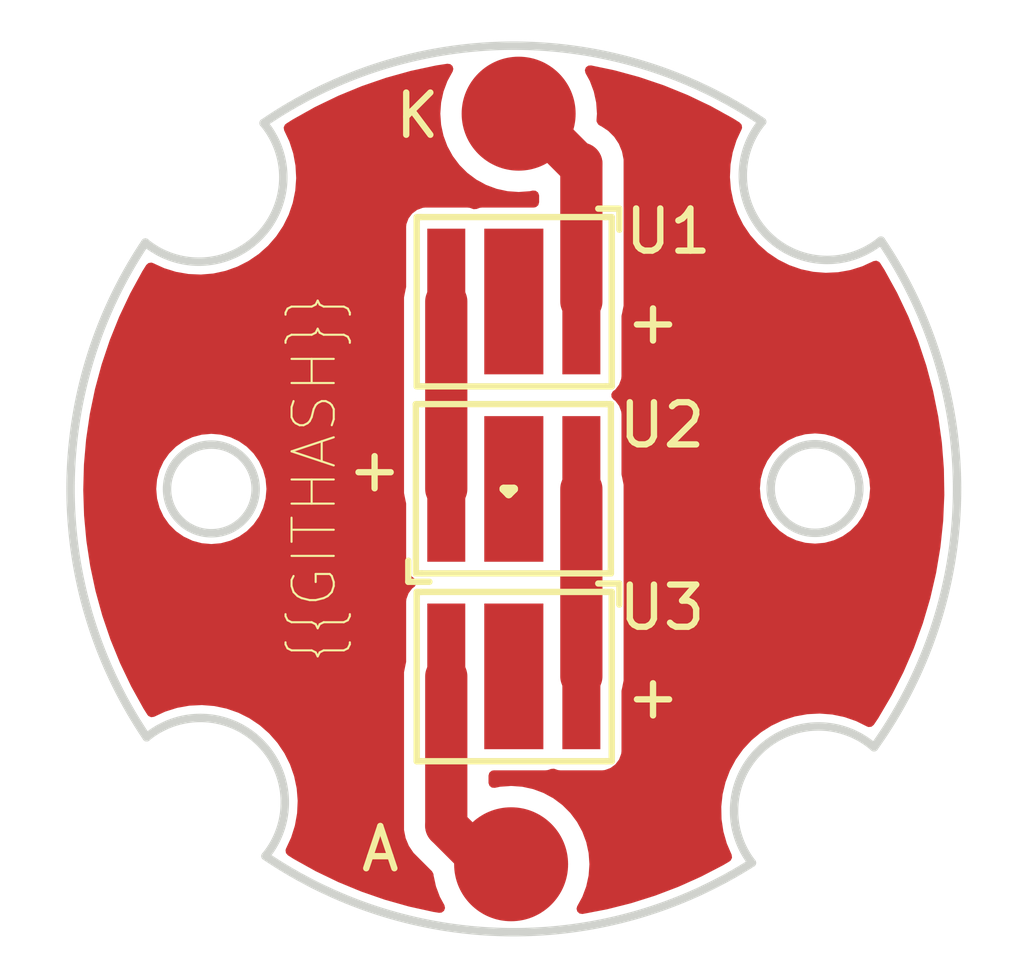
<source format=kicad_pcb>
(kicad_pcb (version 20240108) (generator "pcbnew") (generator_version "8.0")
  (layers (0 "F.Cu" signal) (31 "B.Cu" signal) (34 "B.Paste" user) (35 "F.Paste" user) (36 "B.SilkS" user "B.Silkscreen") (37 "F.SilkS" user "F.Silkscreen") (38 "B.Mask" user) (39 "F.Mask" user) (44 "Edge.Cuts" user))
  (net 0 "")
  (net 4 "A")
  (net 5 "A-1")
  (net 6 "K")
  (net 7 "gnd")
  (footprint "lib:LED-SMD_3P-L3.5-W3.5_M3535O1IRS13G06" (layer "F.Cu") (at 147.34 87.75 0)
    (property "Reference" "U3" (at 3.51 -1.63 0) (layer "F.SilkS") (hide no))
    (property "Value" "")
    (fp_line (start -2.3 -2) (end -2.2 -2) (stroke (width 0.15)) (layer "F.SilkS"))
    (fp_line (start -2.3 -1.9) (end -2.3 -2) (stroke (width 0.15)) (layer "F.SilkS"))
    (fp_line (start -2.3 2.01) (end -2.3 -1.9) (stroke (width 0.15)) (layer "F.SilkS"))
    (fp_line (start -2.2 2.01) (end -2.3 2.01) (stroke (width 0.15)) (layer "F.SilkS"))
    (fp_line (start -2.2 2.01) (end 2.18 2.01) (stroke (width 0.15)) (layer "F.SilkS"))
    (fp_line (start 2 -2.2) (end 2.5 -2.2) (stroke (width 0.15)) (layer "F.SilkS"))
    (fp_line (start 2.18 -2) (end -2.2 -2) (stroke (width 0.15)) (layer "F.SilkS"))
    (fp_line (start 2.18 -2) (end 2.32 -2) (stroke (width 0.15)) (layer "F.SilkS"))
    (fp_line (start 2.32 -2) (end 2.32 2) (stroke (width 0.15)) (layer "F.SilkS"))
    (fp_line (start 2.32 2) (end 2.32 2.01) (stroke (width 0.15)) (layer "F.SilkS"))
    (fp_line (start 2.32 2.01) (end 2.18 2.01) (stroke (width 0.15)) (layer "F.SilkS"))
    (fp_line (start 2.5 -2.2) (end 2.5 -1.7) (stroke (width 0.15)) (layer "F.SilkS"))
    (fp_text user "+" (at 2.58 0.47 0) (layer "F.SilkS") (effects (justify left)))
    (pad "1" smd rect (at -1.6 0 0) (size 0.9 3.45) (layers "F.Cu" "F.Paste" "F.Mask") (net 7 "gnd"))
    (pad "2" smd rect (at 1.6 0 0) (size 0.9 3.45) (layers "F.Cu" "F.Paste" "F.Mask") (net 6 "K"))
    (pad "3" smd rect (at 0 0 0) (size 1.4 3.45) (layers "F.Cu" "F.Paste" "F.Mask") (net 0 ""))
  )
  (footprint "lib:LED-SMD_3P-L3.5-W3.5_M3535O1IRS13G06" (layer "F.Cu") (at 147.34 78.87 0)
    (property "Reference" "U1" (at 3.66 -1.66 0) (layer "F.SilkS") (hide no))
    (property "Value" "")
    (fp_line (start -2.3 -2) (end -2.2 -2) (stroke (width 0.15)) (layer "F.SilkS"))
    (fp_line (start -2.3 -1.9) (end -2.3 -2) (stroke (width 0.15)) (layer "F.SilkS"))
    (fp_line (start -2.3 2.01) (end -2.3 -1.9) (stroke (width 0.15)) (layer "F.SilkS"))
    (fp_line (start -2.2 2.01) (end -2.3 2.01) (stroke (width 0.15)) (layer "F.SilkS"))
    (fp_line (start -2.2 2.01) (end 2.18 2.01) (stroke (width 0.15)) (layer "F.SilkS"))
    (fp_line (start 2 -2.2) (end 2.5 -2.2) (stroke (width 0.15)) (layer "F.SilkS"))
    (fp_line (start 2.18 -2) (end -2.2 -2) (stroke (width 0.15)) (layer "F.SilkS"))
    (fp_line (start 2.18 -2) (end 2.32 -2) (stroke (width 0.15)) (layer "F.SilkS"))
    (fp_line (start 2.32 -2) (end 2.32 2) (stroke (width 0.15)) (layer "F.SilkS"))
    (fp_line (start 2.32 2) (end 2.32 2.01) (stroke (width 0.15)) (layer "F.SilkS"))
    (fp_line (start 2.32 2.01) (end 2.18 2.01) (stroke (width 0.15)) (layer "F.SilkS"))
    (fp_line (start 2.5 -2.2) (end 2.5 -1.7) (stroke (width 0.15)) (layer "F.SilkS"))
    (fp_text user "+" (at 2.58 0.47 0) (layer "F.SilkS") (effects (justify left)))
    (pad "1" smd rect (at -1.6 0 0) (size 0.9 3.45) (layers "F.Cu" "F.Paste" "F.Mask") (net 5 "A-1"))
    (pad "2" smd rect (at 1.6 0 0) (size 0.9 3.45) (layers "F.Cu" "F.Paste" "F.Mask") (net 4 "A"))
    (pad "3" smd rect (at 0 0 0) (size 1.4 3.45) (layers "F.Cu" "F.Paste" "F.Mask") (net 0 ""))
  )
  (footprint "lib:LED-SMD_3P-L3.5-W3.5_M3535O1IRS13G06" (layer "F.Cu") (at 147.34 83.31 180)
    (property "Reference" "U2" (at -3.51 1.51 0) (layer "F.SilkS") (hide no))
    (property "Value" "")
    (fp_line (start 2.5 -2.2) (end 2.5 -1.7) (stroke (width 0.15)) (layer "F.SilkS"))
    (fp_line (start 2.32 2.01) (end 2.18 2.01) (stroke (width 0.15)) (layer "F.SilkS"))
    (fp_line (start 2.32 2) (end 2.32 2.01) (stroke (width 0.15)) (layer "F.SilkS"))
    (fp_line (start 2.32 -2) (end 2.32 2) (stroke (width 0.15)) (layer "F.SilkS"))
    (fp_line (start 2.18 -2) (end 2.32 -2) (stroke (width 0.15)) (layer "F.SilkS"))
    (fp_line (start 2.18 -2) (end -2.2 -2) (stroke (width 0.15)) (layer "F.SilkS"))
    (fp_line (start 2 -2.2) (end 2.5 -2.2) (stroke (width 0.15)) (layer "F.SilkS"))
    (fp_line (start -2.2 2.01) (end 2.18 2.01) (stroke (width 0.15)) (layer "F.SilkS"))
    (fp_line (start -2.2 2.01) (end -2.3 2.01) (stroke (width 0.15)) (layer "F.SilkS"))
    (fp_line (start -2.3 2.01) (end -2.3 -1.9) (stroke (width 0.15)) (layer "F.SilkS"))
    (fp_line (start -2.3 -1.9) (end -2.3 -2) (stroke (width 0.15)) (layer "F.SilkS"))
    (fp_line (start -2.3 -2) (end -2.2 -2) (stroke (width 0.15)) (layer "F.SilkS"))
    (fp_text user "+" (at 2.58 0.47 0) (layer "F.SilkS") (effects (justify right)))
    (pad "1" smd rect (at -1.6 0 180) (size 0.9 3.45) (layers "F.Cu" "F.Paste" "F.Mask") (net 6 "K"))
    (pad "2" smd rect (at 1.6 0 180) (size 0.9 3.45) (layers "F.Cu" "F.Paste" "F.Mask") (net 5 "A-1"))
    (pad "3" smd rect (at 0 0 180) (size 1.4 3.45) (layers "F.Cu" "F.Paste" "F.Mask") (net 0 ""))
  )
  (zone (net 0) (net_name "") (layers "F.Cu") (priority 1) (connect_pads (clearance 0.5)) (min_thickness 0.25) (fill yes (thermal_gap 0.7) (thermal_bridge_width 0.5) (island_removal_mode 1) (island_area_min 10))
    (polygon (pts (xy 159.445473 71.727755) (xy 135.185473 71.727755) (xy 135.168641 94.655363) (xy 159.428641 94.655363)))
  )
  (segment (start 147.525 74.275) (end 148.85703 75.60703) (width 1) (layer "F.Cu") (net 4))
  (segment (start 147.454527 74.420557) (end 147.454527 74.345473) (width 1) (layer "F.Cu") (net 4))
  (segment (start 148.94 78.87) (end 148.94 75.60703) (width 1) (layer "F.Cu") (net 4))
  (segment (start 148.85703 75.60703) (end 148.94 75.60703) (width 1) (layer "F.Cu") (net 4))
  (segment (start 147.454527 74.345473) (end 147.525 74.275) (width 1) (layer "F.Cu") (net 4))
  (segment (start 145.74 78.87) (end 145.74 83.31) (width 1) (layer "F.Cu") (net 5))
  (segment (start 148.94 87.75) (end 148.94 83.31) (width 1) (layer "F.Cu") (net 6))
  (segment (start 147.276005 92.201) (end 146.651 92.201) (width 1) (layer "F.Cu") (net 7))
  (segment (start 145.74 91.29) (end 145.74 87.75) (width 1) (layer "F.Cu") (net 7))
  (segment (start 146.651 92.201) (end 145.74 91.29) (width 1) (layer "F.Cu") (net 7))
  (gr_line (start 147.339996 83.310002) (end 147.218594 83.431404) (stroke (width 0.2)) (layer "F.SilkS"))
  (gr_line (start 147.339996 83.310002) (end 147.099872 83.310002) (stroke (width 0.2)) (layer "F.SilkS"))
  (gr_line (start 147.339996 83.310002) (end 147.099872 83.310002) (stroke (width 0.2)) (layer "F.SilkS"))
  (gr_line (start 147.218594 83.431404) (end 147.099872 83.310002) (stroke (width 0.2)) (layer "F.SilkS"))
  (gr_arc (start 141.413031 74.64276) (mid 147.312897 72.810037) (end 153.222145 74.612282) (stroke (width 0.2)) (layer "Edge.Cuts"))
  (gr_arc (start 152.980661 92.166237) (mid 153.182794 89.483469) (end 155.872617 89.429183) (stroke (width 0.2)) (layer "Edge.Cuts"))
  (gr_arc (start 156.037716 77.427853) (mid 157.839003 83.454433) (end 155.872617 89.429183) (stroke (width 0.2)) (layer "Edge.Cuts"))
  (gr_arc (start 152.980661 92.166237) (mid 147.195564 93.809009) (end 141.457847 92.007721) (stroke (width 0.2)) (layer "Edge.Cuts"))
  (gr_arc (start 141.413031 74.64276) (mid 141.30115 77.333592) (end 138.611627 77.47343) (stroke (width 0.2)) (layer "Edge.Cuts"))
  (gr_arc (start 138.642277 89.192151) (mid 136.840032 83.337464) (end 138.611627 77.47343) (stroke (width 0.2)) (layer "Edge.Cuts"))
  (gr_arc (start 156.037716 77.427853) (mid 153.350405 77.299593) (end 153.222145 74.612282) (stroke (width 0.2)) (layer "Edge.Cuts"))
  (gr_arc (start 138.642277 89.192151) (mid 141.329577 89.32042) (end 141.457847 92.007721) (stroke (width 0.2)) (layer "Edge.Cuts"))
  (gr_circle (center 147.454527 74.420557) (end 148.704527 74.420557) (stroke (width 0.2)) (fill solid) (layer "F.Cu"))
  (gr_circle (center 147.276005 92.201) (end 148.526005 92.201) (stroke (width 0.2)) (fill solid) (layer "F.Cu"))
  (gr_circle (center 140.175 83.310002) (end 141.225 83.310002) (stroke (width 0.2)) (fill none) (layer "Edge.Cuts"))
  (gr_circle (center 154.475 83.3) (end 155.525 83.3) (stroke (width 0.2)) (fill none) (layer "Edge.Cuts"))
  (gr_text "K" (at 144.454527 75.05 0) (layer "F.SilkS") (effects (font (size 1 1)) (justify left bottom)))
  (gr_text "A" (at 143.65 92.425 0) (layer "F.SilkS") (effects (font (size 1 1)) (justify left bottom)))
  (gr_text "{{GITHASH}}" (at 143.2 87.5 90) (layer "F.SilkS") (effects (font (size 1 1) (thickness 0.05)) (justify left bottom)))
)
</source>
